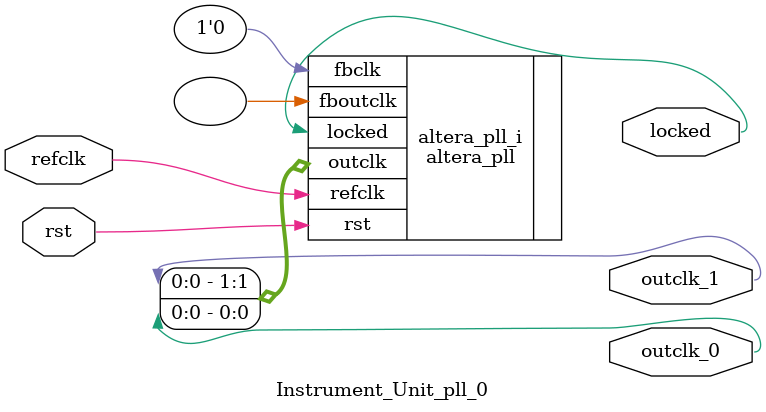
<source format=v>
`timescale 1ns/10ps
module  Instrument_Unit_pll_0(

	// interface 'refclk'
	input wire refclk,

	// interface 'reset'
	input wire rst,

	// interface 'outclk0'
	output wire outclk_0,

	// interface 'outclk1'
	output wire outclk_1,

	// interface 'locked'
	output wire locked
);

	altera_pll #(
		.fractional_vco_multiplier("false"),
		.reference_clock_frequency("50.0 MHz"),
		.operation_mode("direct"),
		.number_of_clocks(2),
		.output_clock_frequency0("25.000000 MHz"),
		.phase_shift0("0 ps"),
		.duty_cycle0(50),
		.output_clock_frequency1("300.000000 MHz"),
		.phase_shift1("0 ps"),
		.duty_cycle1(50),
		.output_clock_frequency2("0 MHz"),
		.phase_shift2("0 ps"),
		.duty_cycle2(50),
		.output_clock_frequency3("0 MHz"),
		.phase_shift3("0 ps"),
		.duty_cycle3(50),
		.output_clock_frequency4("0 MHz"),
		.phase_shift4("0 ps"),
		.duty_cycle4(50),
		.output_clock_frequency5("0 MHz"),
		.phase_shift5("0 ps"),
		.duty_cycle5(50),
		.output_clock_frequency6("0 MHz"),
		.phase_shift6("0 ps"),
		.duty_cycle6(50),
		.output_clock_frequency7("0 MHz"),
		.phase_shift7("0 ps"),
		.duty_cycle7(50),
		.output_clock_frequency8("0 MHz"),
		.phase_shift8("0 ps"),
		.duty_cycle8(50),
		.output_clock_frequency9("0 MHz"),
		.phase_shift9("0 ps"),
		.duty_cycle9(50),
		.output_clock_frequency10("0 MHz"),
		.phase_shift10("0 ps"),
		.duty_cycle10(50),
		.output_clock_frequency11("0 MHz"),
		.phase_shift11("0 ps"),
		.duty_cycle11(50),
		.output_clock_frequency12("0 MHz"),
		.phase_shift12("0 ps"),
		.duty_cycle12(50),
		.output_clock_frequency13("0 MHz"),
		.phase_shift13("0 ps"),
		.duty_cycle13(50),
		.output_clock_frequency14("0 MHz"),
		.phase_shift14("0 ps"),
		.duty_cycle14(50),
		.output_clock_frequency15("0 MHz"),
		.phase_shift15("0 ps"),
		.duty_cycle15(50),
		.output_clock_frequency16("0 MHz"),
		.phase_shift16("0 ps"),
		.duty_cycle16(50),
		.output_clock_frequency17("0 MHz"),
		.phase_shift17("0 ps"),
		.duty_cycle17(50),
		.pll_type("General"),
		.pll_subtype("General")
	) altera_pll_i (
		.rst	(rst),
		.outclk	({outclk_1, outclk_0}),
		.locked	(locked),
		.fboutclk	( ),
		.fbclk	(1'b0),
		.refclk	(refclk)
	);
endmodule


</source>
